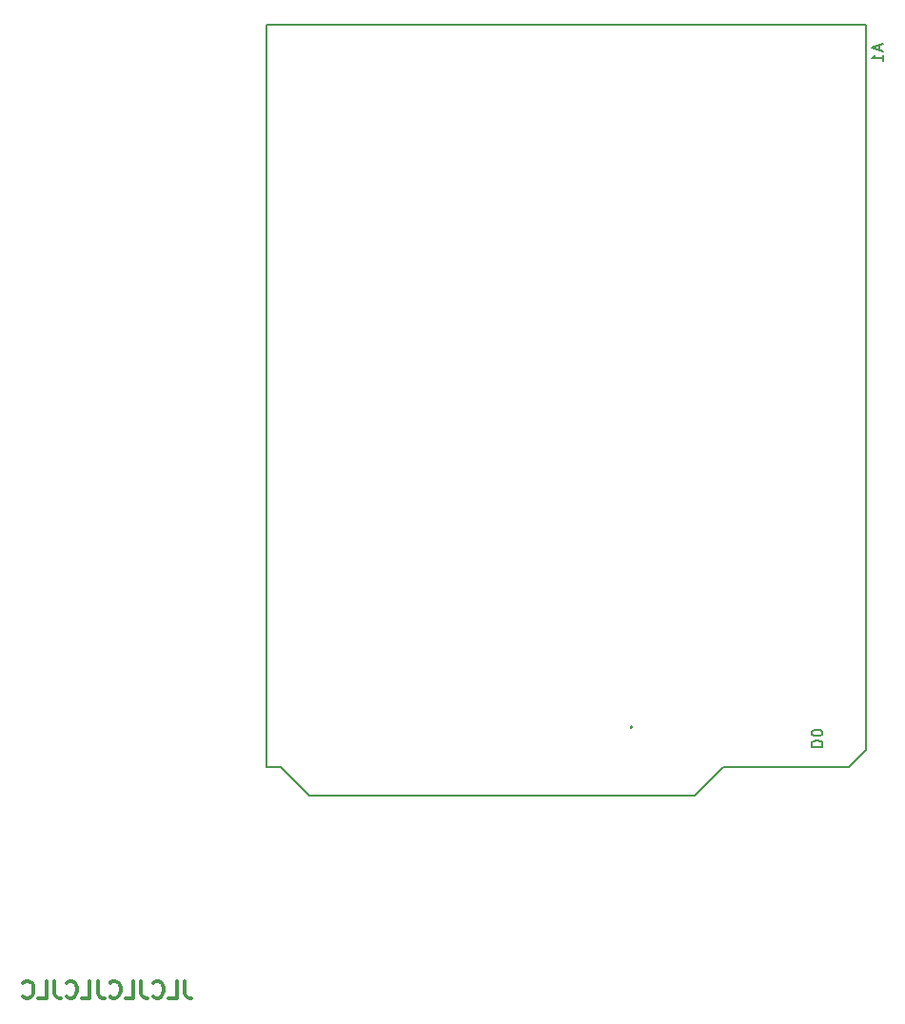
<source format=gbo>
%TF.GenerationSoftware,KiCad,Pcbnew,8.0.0*%
%TF.CreationDate,2024-03-04T10:49:59+07:00*%
%TF.ProjectId,capstone,63617073-746f-46e6-952e-6b696361645f,rev?*%
%TF.SameCoordinates,Original*%
%TF.FileFunction,Legend,Bot*%
%TF.FilePolarity,Positive*%
%FSLAX46Y46*%
G04 Gerber Fmt 4.6, Leading zero omitted, Abs format (unit mm)*
G04 Created by KiCad (PCBNEW 8.0.0) date 2024-03-04 10:49:59*
%MOMM*%
%LPD*%
G01*
G04 APERTURE LIST*
%ADD10C,0.300000*%
%ADD11C,0.150000*%
G04 APERTURE END LIST*
D10*
X123516917Y-139800828D02*
X123516917Y-140872257D01*
X123516917Y-140872257D02*
X123588346Y-141086542D01*
X123588346Y-141086542D02*
X123731203Y-141229400D01*
X123731203Y-141229400D02*
X123945489Y-141300828D01*
X123945489Y-141300828D02*
X124088346Y-141300828D01*
X122088346Y-141300828D02*
X122802632Y-141300828D01*
X122802632Y-141300828D02*
X122802632Y-139800828D01*
X120731203Y-141157971D02*
X120802631Y-141229400D01*
X120802631Y-141229400D02*
X121016917Y-141300828D01*
X121016917Y-141300828D02*
X121159774Y-141300828D01*
X121159774Y-141300828D02*
X121374060Y-141229400D01*
X121374060Y-141229400D02*
X121516917Y-141086542D01*
X121516917Y-141086542D02*
X121588346Y-140943685D01*
X121588346Y-140943685D02*
X121659774Y-140657971D01*
X121659774Y-140657971D02*
X121659774Y-140443685D01*
X121659774Y-140443685D02*
X121588346Y-140157971D01*
X121588346Y-140157971D02*
X121516917Y-140015114D01*
X121516917Y-140015114D02*
X121374060Y-139872257D01*
X121374060Y-139872257D02*
X121159774Y-139800828D01*
X121159774Y-139800828D02*
X121016917Y-139800828D01*
X121016917Y-139800828D02*
X120802631Y-139872257D01*
X120802631Y-139872257D02*
X120731203Y-139943685D01*
X119659774Y-139800828D02*
X119659774Y-140872257D01*
X119659774Y-140872257D02*
X119731203Y-141086542D01*
X119731203Y-141086542D02*
X119874060Y-141229400D01*
X119874060Y-141229400D02*
X120088346Y-141300828D01*
X120088346Y-141300828D02*
X120231203Y-141300828D01*
X118231203Y-141300828D02*
X118945489Y-141300828D01*
X118945489Y-141300828D02*
X118945489Y-139800828D01*
X116874060Y-141157971D02*
X116945488Y-141229400D01*
X116945488Y-141229400D02*
X117159774Y-141300828D01*
X117159774Y-141300828D02*
X117302631Y-141300828D01*
X117302631Y-141300828D02*
X117516917Y-141229400D01*
X117516917Y-141229400D02*
X117659774Y-141086542D01*
X117659774Y-141086542D02*
X117731203Y-140943685D01*
X117731203Y-140943685D02*
X117802631Y-140657971D01*
X117802631Y-140657971D02*
X117802631Y-140443685D01*
X117802631Y-140443685D02*
X117731203Y-140157971D01*
X117731203Y-140157971D02*
X117659774Y-140015114D01*
X117659774Y-140015114D02*
X117516917Y-139872257D01*
X117516917Y-139872257D02*
X117302631Y-139800828D01*
X117302631Y-139800828D02*
X117159774Y-139800828D01*
X117159774Y-139800828D02*
X116945488Y-139872257D01*
X116945488Y-139872257D02*
X116874060Y-139943685D01*
X115802631Y-139800828D02*
X115802631Y-140872257D01*
X115802631Y-140872257D02*
X115874060Y-141086542D01*
X115874060Y-141086542D02*
X116016917Y-141229400D01*
X116016917Y-141229400D02*
X116231203Y-141300828D01*
X116231203Y-141300828D02*
X116374060Y-141300828D01*
X114374060Y-141300828D02*
X115088346Y-141300828D01*
X115088346Y-141300828D02*
X115088346Y-139800828D01*
X113016917Y-141157971D02*
X113088345Y-141229400D01*
X113088345Y-141229400D02*
X113302631Y-141300828D01*
X113302631Y-141300828D02*
X113445488Y-141300828D01*
X113445488Y-141300828D02*
X113659774Y-141229400D01*
X113659774Y-141229400D02*
X113802631Y-141086542D01*
X113802631Y-141086542D02*
X113874060Y-140943685D01*
X113874060Y-140943685D02*
X113945488Y-140657971D01*
X113945488Y-140657971D02*
X113945488Y-140443685D01*
X113945488Y-140443685D02*
X113874060Y-140157971D01*
X113874060Y-140157971D02*
X113802631Y-140015114D01*
X113802631Y-140015114D02*
X113659774Y-139872257D01*
X113659774Y-139872257D02*
X113445488Y-139800828D01*
X113445488Y-139800828D02*
X113302631Y-139800828D01*
X113302631Y-139800828D02*
X113088345Y-139872257D01*
X113088345Y-139872257D02*
X113016917Y-139943685D01*
X111945488Y-139800828D02*
X111945488Y-140872257D01*
X111945488Y-140872257D02*
X112016917Y-141086542D01*
X112016917Y-141086542D02*
X112159774Y-141229400D01*
X112159774Y-141229400D02*
X112374060Y-141300828D01*
X112374060Y-141300828D02*
X112516917Y-141300828D01*
X110516917Y-141300828D02*
X111231203Y-141300828D01*
X111231203Y-141300828D02*
X111231203Y-139800828D01*
X109159774Y-141157971D02*
X109231202Y-141229400D01*
X109231202Y-141229400D02*
X109445488Y-141300828D01*
X109445488Y-141300828D02*
X109588345Y-141300828D01*
X109588345Y-141300828D02*
X109802631Y-141229400D01*
X109802631Y-141229400D02*
X109945488Y-141086542D01*
X109945488Y-141086542D02*
X110016917Y-140943685D01*
X110016917Y-140943685D02*
X110088345Y-140657971D01*
X110088345Y-140657971D02*
X110088345Y-140443685D01*
X110088345Y-140443685D02*
X110016917Y-140157971D01*
X110016917Y-140157971D02*
X109945488Y-140015114D01*
X109945488Y-140015114D02*
X109802631Y-139872257D01*
X109802631Y-139872257D02*
X109588345Y-139800828D01*
X109588345Y-139800828D02*
X109445488Y-139800828D01*
X109445488Y-139800828D02*
X109231202Y-139872257D01*
X109231202Y-139872257D02*
X109159774Y-139943685D01*
D11*
X185355104Y-56545595D02*
X185355104Y-57021785D01*
X185640819Y-56450357D02*
X184640819Y-56783690D01*
X184640819Y-56783690D02*
X185640819Y-57117023D01*
X185640819Y-57974166D02*
X185640819Y-57402738D01*
X185640819Y-57688452D02*
X184640819Y-57688452D01*
X184640819Y-57688452D02*
X184783676Y-57593214D01*
X184783676Y-57593214D02*
X184878914Y-57497976D01*
X184878914Y-57497976D02*
X184926533Y-57402738D01*
X163193580Y-117203880D02*
X163241200Y-117156261D01*
X163241200Y-117156261D02*
X163288819Y-117203880D01*
X163288819Y-117203880D02*
X163241200Y-117251499D01*
X163241200Y-117251499D02*
X163193580Y-117203880D01*
X163193580Y-117203880D02*
X163288819Y-117203880D01*
X179270180Y-118957975D02*
X180270180Y-118957975D01*
X180270180Y-118957975D02*
X180270180Y-118719880D01*
X180270180Y-118719880D02*
X180222561Y-118577023D01*
X180222561Y-118577023D02*
X180127323Y-118481785D01*
X180127323Y-118481785D02*
X180032085Y-118434166D01*
X180032085Y-118434166D02*
X179841609Y-118386547D01*
X179841609Y-118386547D02*
X179698752Y-118386547D01*
X179698752Y-118386547D02*
X179508276Y-118434166D01*
X179508276Y-118434166D02*
X179413038Y-118481785D01*
X179413038Y-118481785D02*
X179317800Y-118577023D01*
X179317800Y-118577023D02*
X179270180Y-118719880D01*
X179270180Y-118719880D02*
X179270180Y-118957975D01*
X180270180Y-117767499D02*
X180270180Y-117672261D01*
X180270180Y-117672261D02*
X180222561Y-117577023D01*
X180222561Y-117577023D02*
X180174942Y-117529404D01*
X180174942Y-117529404D02*
X180079704Y-117481785D01*
X180079704Y-117481785D02*
X179889228Y-117434166D01*
X179889228Y-117434166D02*
X179651133Y-117434166D01*
X179651133Y-117434166D02*
X179460657Y-117481785D01*
X179460657Y-117481785D02*
X179365419Y-117529404D01*
X179365419Y-117529404D02*
X179317800Y-117577023D01*
X179317800Y-117577023D02*
X179270180Y-117672261D01*
X179270180Y-117672261D02*
X179270180Y-117767499D01*
X179270180Y-117767499D02*
X179317800Y-117862737D01*
X179317800Y-117862737D02*
X179365419Y-117910356D01*
X179365419Y-117910356D02*
X179460657Y-117957975D01*
X179460657Y-117957975D02*
X179651133Y-118005594D01*
X179651133Y-118005594D02*
X179889228Y-118005594D01*
X179889228Y-118005594D02*
X180079704Y-117957975D01*
X180079704Y-117957975D02*
X180174942Y-117910356D01*
X180174942Y-117910356D02*
X180222561Y-117862737D01*
X180222561Y-117862737D02*
X180270180Y-117767499D01*
%TO.C,A1*%
X130830000Y-54719881D02*
X130830000Y-120759881D01*
X130830000Y-120759881D02*
X132100000Y-120759881D01*
X132100000Y-120759881D02*
X134640000Y-123299881D01*
X134640000Y-123299881D02*
X168930000Y-123299881D01*
X168930000Y-123299881D02*
X171470000Y-120759881D01*
X171470000Y-120759881D02*
X182646000Y-120759881D01*
X184170000Y-54719881D02*
X130830000Y-54719881D01*
X184170000Y-54719881D02*
X184170000Y-119235881D01*
X184170000Y-119235881D02*
X182646000Y-120759881D01*
%TD*%
M02*

</source>
